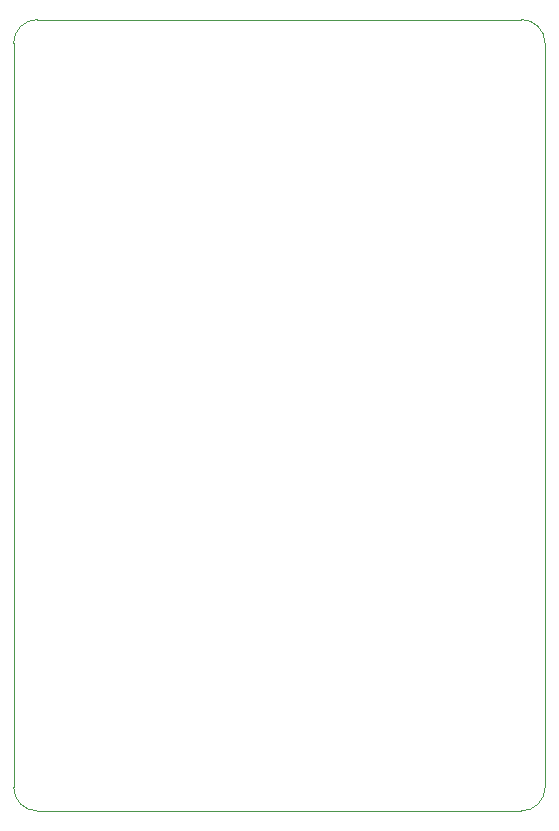
<source format=gbr>
G04 #@! TF.GenerationSoftware,KiCad,Pcbnew,(5.1.5)-3*
G04 #@! TF.CreationDate,2020-02-24T20:29:18-05:00*
G04 #@! TF.ProjectId,SingleBoard,53696e67-6c65-4426-9f61-72642e6b6963,rev?*
G04 #@! TF.SameCoordinates,Original*
G04 #@! TF.FileFunction,Profile,NP*
%FSLAX46Y46*%
G04 Gerber Fmt 4.6, Leading zero omitted, Abs format (unit mm)*
G04 Created by KiCad (PCBNEW (5.1.5)-3) date 2020-02-24 20:29:18*
%MOMM*%
%LPD*%
G04 APERTURE LIST*
%ADD10C,0.050000*%
G04 APERTURE END LIST*
D10*
X90000000Y-42000000D02*
G75*
G02X92000000Y-40000000I2000000J0D01*
G01*
X133000000Y-40000000D02*
G75*
G02X135000000Y-42000000I0J-2000000D01*
G01*
X135000000Y-105000000D02*
G75*
G02X133000000Y-107000000I-2000000J0D01*
G01*
X92000000Y-107000000D02*
G75*
G02X90000000Y-105000000I0J2000000D01*
G01*
X90000000Y-105000000D02*
X90000000Y-42000000D01*
X133000000Y-107000000D02*
X92000000Y-107000000D01*
X135000000Y-42000000D02*
X135000000Y-105000000D01*
X92000000Y-40000000D02*
X133000000Y-40000000D01*
M02*

</source>
